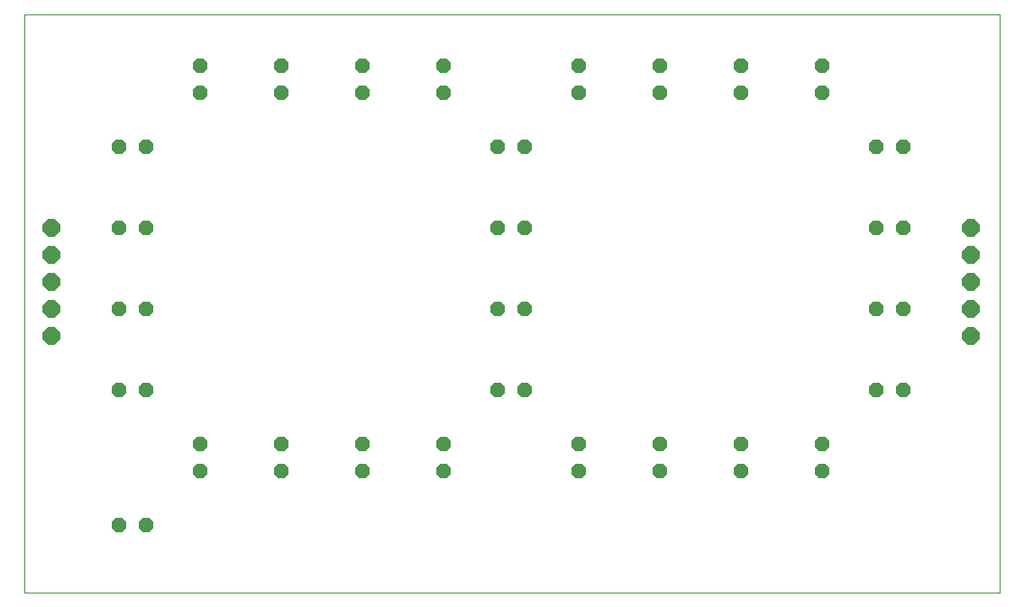
<source format=gts>
G75*
%MOIN*%
%OFA0B0*%
%FSLAX25Y25*%
%IPPOS*%
%LPD*%
%AMOC8*
5,1,8,0,0,1.08239X$1,22.5*
%
%ADD10C,0.00000*%
%ADD11OC8,0.05600*%
%ADD12OC8,0.06400*%
D10*
X0001300Y0001300D02*
X0001300Y0215261D01*
X0362001Y0215261D01*
X0362001Y0001300D01*
X0001300Y0001300D01*
D11*
X0036300Y0026300D03*
X0046300Y0026300D03*
X0066300Y0046300D03*
X0066300Y0056300D03*
X0096300Y0056300D03*
X0096300Y0046300D03*
X0126300Y0046300D03*
X0126300Y0056300D03*
X0156300Y0056300D03*
X0156300Y0046300D03*
X0206300Y0046300D03*
X0206300Y0056300D03*
X0186300Y0076300D03*
X0176300Y0076300D03*
X0176300Y0106300D03*
X0186300Y0106300D03*
X0186300Y0136300D03*
X0176300Y0136300D03*
X0176300Y0166300D03*
X0186300Y0166300D03*
X0206300Y0186300D03*
X0206300Y0196300D03*
X0236300Y0196300D03*
X0236300Y0186300D03*
X0266300Y0186300D03*
X0266300Y0196300D03*
X0296300Y0196300D03*
X0296300Y0186300D03*
X0316300Y0166300D03*
X0326300Y0166300D03*
X0326300Y0136300D03*
X0316300Y0136300D03*
X0316300Y0106300D03*
X0326300Y0106300D03*
X0326300Y0076300D03*
X0316300Y0076300D03*
X0296300Y0056300D03*
X0296300Y0046300D03*
X0266300Y0046300D03*
X0266300Y0056300D03*
X0236300Y0056300D03*
X0236300Y0046300D03*
X0046300Y0076300D03*
X0036300Y0076300D03*
X0036300Y0106300D03*
X0046300Y0106300D03*
X0046300Y0136300D03*
X0036300Y0136300D03*
X0036300Y0166300D03*
X0046300Y0166300D03*
X0066300Y0186300D03*
X0066300Y0196300D03*
X0096300Y0196300D03*
X0096300Y0186300D03*
X0126300Y0186300D03*
X0126300Y0196300D03*
X0156300Y0196300D03*
X0156300Y0186300D03*
D12*
X0011300Y0136300D03*
X0011300Y0126300D03*
X0011300Y0116300D03*
X0011300Y0106300D03*
X0011300Y0096300D03*
X0351300Y0096300D03*
X0351300Y0106300D03*
X0351300Y0116300D03*
X0351300Y0126300D03*
X0351300Y0136300D03*
M02*

</source>
